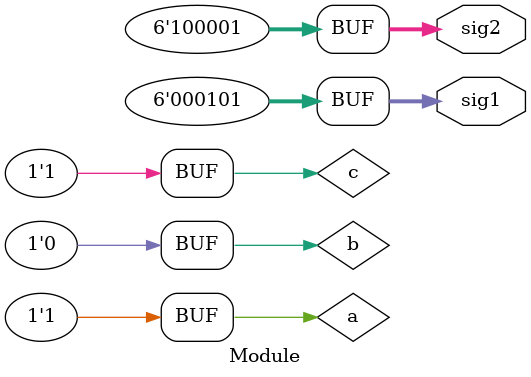
<source format=sv>
`include "metron/tools/metron_tools.sv"


module Module (
  // output signals
  output logic[5:0] sig1,
  output logic[5:0] sig2
);
/*public:*/

  initial begin
    $write("Hello World?\n");
  end


  always_comb begin : tock1
    a=1;
    b=2;
    c=3;

    sig1 = {a,b,c};
  end

  always_comb begin : tock2
    a=1;
    b=2;
    c=3;

    sig2 = {1'(a),2'(b),3'(c)};
  end
endmodule

</source>
